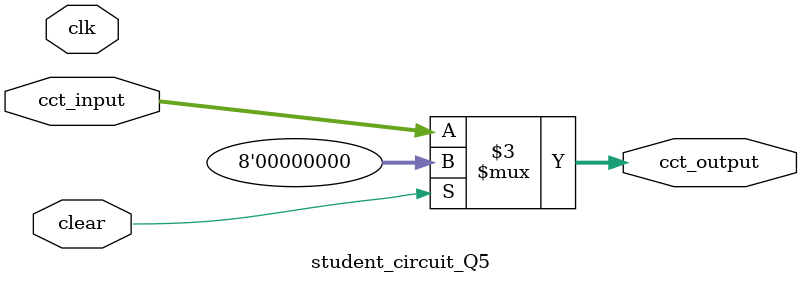
<source format=sv>
module student_circuit_Q5 (
	input wire        clk,
	input wire        clear,
	input wire  [7:0] cct_input,
	output reg  [7:0] cct_output
);


always @ *
	if (clear)
		cct_output  = 8'H0;
	else
		cct_output  = cct_input;

endmodule

</source>
